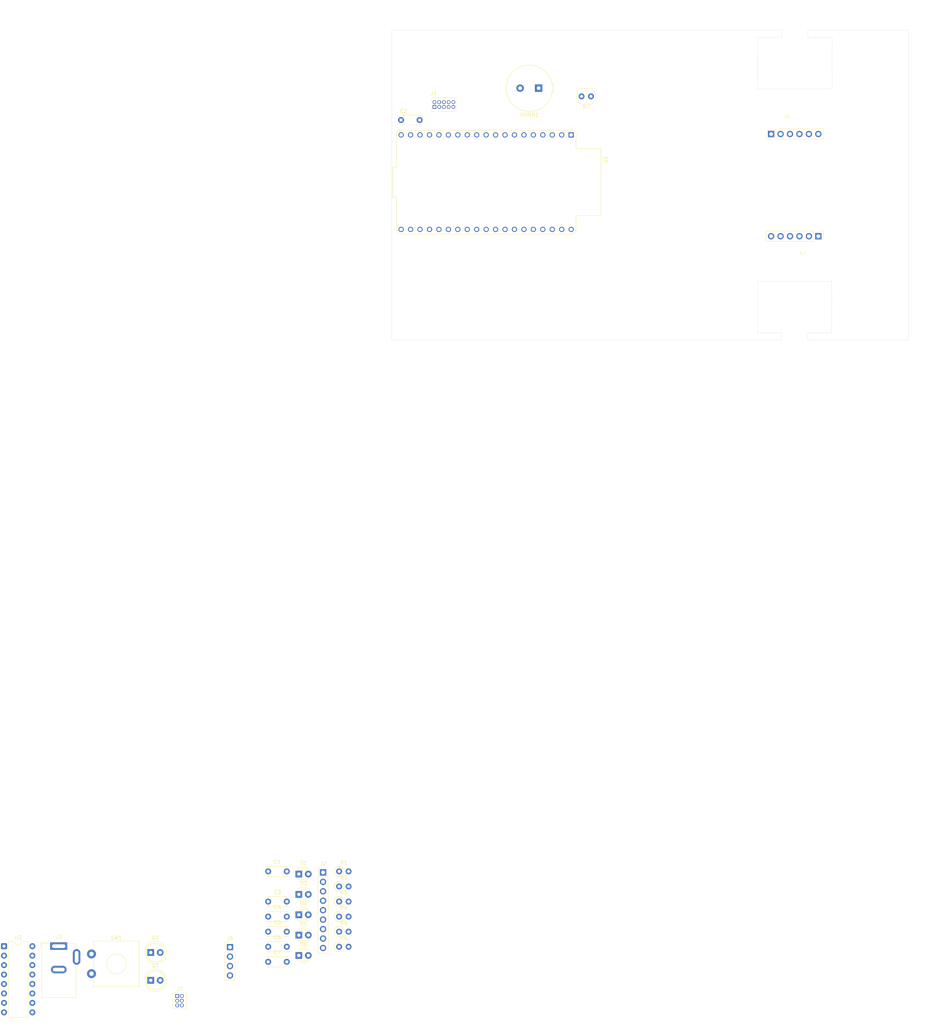
<source format=kicad_pcb>
(kicad_pcb (version 20241229) (generator "pcbnew") (generator_version "9.0")
  (layers (0 "F.Cu" signal) (2 "B.Cu" signal) (13 "F.Paste" user) (15 "B.Paste" user) (5 "F.SilkS" user "F.Silkscreen") (7 "B.SilkS" user "B.Silkscreen") (1 "F.Mask" user) (3 "B.Mask" user) (25 "Edge.Cuts" user))
  (net 0 "")
  (net 1 "GND")
  (net 2 "+3V3")
  (net 3 "+BATT")
  (net 4 "Net-(J4-Pin_1)")
  (net 5 "Net-(J4-Pin_2)")
  (net 6 "Net-(J5-Pin_2)")
  (net 7 "Net-(J5-Pin_1)")
  (net 8 "Net-(D1-A)")
  (net 9 "Net-(D2-A)")
  (net 10 "/REARLAMPS")
  (net 11 "Net-(D3-K)")
  (net 12 "/FRONTLAMPS")
  (net 13 "Net-(D5-K)")
  (net 14 "/HORN")
  (net 16 "/JTAG_MTCK")
  (net 17 "/JTAG_MTDO")
  (net 18 "/JTAG_MTDI")
  (net 19 "/JTAG_MTMS")
  (net 21 "/GPS_RX")
  (net 25 "/GPS_TX")
  (net 27 "Net-(SW1-A)")
  (net 29 "/RENCODER_A")
  (net 30 "/RENCODER_B")
  (net 31 "/LENCODER_B")
  (net 32 "/LENCODER_A")
  (net 33 "/TRIG")
  (net 34 "/ECHO")
  (net 35 "/RXD")
  (net 36 "/RESET")
  (net 37 "/TXD")
  (net 39 "/PHOTOTRANS")
  (net 40 "/DAYNIGHT")
  (net 41 "/LMOTOR_4A")
  (net 43 "/RMOTOR_1A")
  (net 47 "/RMOTOR_2A")
  (net 48 "/LPWM_3A4A")
  (net 51 "/LMOTOR_3A")
  (net 53 "/RPWM_1A2A")
  (footprint "Resistor_THT:R_Axial_DIN0207_L6.3mm_D2.5mm_P2.54mm_Vertical" (layer "F.Cu") (at 56.511569 294.64)
    (property "Reference" "R6" (at 1.27 -2.37 0) (layer "F.SilkS"))
    (property "Value" "10K")
    (fp_line (start 1.37 0) (end 1.44 0) (stroke (width 0.12)) (layer "F.SilkS"))
    (fp_circle (center 0 0) (end 1.37 0) (stroke (width 0.12)) (fill no) (layer "F.SilkS"))
    (pad "1" thru_hole circle (at 0 0) (size 1.6 1.6) (drill 0.8) (layers "*.Cu" "*.Mask") (net 2 "+3V3"))
    (pad "2" thru_hole circle (at 2.54 0) (size 1.6 1.6) (drill 0.8) (layers "*.Cu" "*.Mask") (net 40 "/DAYNIGHT"))
  )
  (footprint "LED_THT:LED_D3.0mm" (layer "F.Cu") (at 45.681569 286.04)
    (property "Reference" "D4" (at 1.27 -2.96 0) (layer "F.SilkS"))
    (property "Value" "LED")
    (fp_line (start -0.29 -1.236) (end -0.29 -1.08) (stroke (width 0.12)) (layer "F.SilkS"))
    (fp_line (start -0.29 1.08) (end -0.29 1.236) (stroke (width 0.12)) (layer "F.SilkS"))
    (fp_arc (start -0.29 -1.235516) (mid 1.36566 -1.987699) (end 2.941437 -1.08) (stroke (width 0.12)) (layer "F.SilkS"))
    (fp_arc (start 0.229039 -1.08) (mid 1.27 -1.5) (end 2.310961 -1.08) (stroke (width 0.12)) (layer "F.SilkS"))
    (fp_arc (start 2.310961 1.08) (mid 1.27 1.5) (end 0.229039 1.08) (stroke (width 0.12)) (layer "F.SilkS"))
    (fp_arc (start 2.941437 1.08) (mid 1.36566 1.987699) (end -0.29 1.235516) (stroke (width 0.12)) (layer "F.SilkS"))
    (pad "1" thru_hole rect (at 0 0) (size 1.8 1.8) (drill 0.9) (layers "*.Cu" "*.Mask") (net 11 "Net-(D3-K)"))
    (pad "2" thru_hole circle (at 2.54 0) (size 1.8 1.8) (drill 0.9) (layers "*.Cu" "*.Mask") (net 10 "/REARLAMPS"))
  )
  (footprint "Capacitor_THT:C_Disc_D5.0mm_W2.5mm_P5.00mm" (layer "F.Cu") (at 37.431569 286.54)
    (property "Reference" "C4" (at 2.5 -2.5 0) (layer "F.SilkS"))
    (property "Value" "0.1Uf")
    (fp_line (start -0.12 -1.37) (end 5.12 -1.37) (stroke (width 0.12)) (layer "F.SilkS"))
    (fp_line (start -0.12 -1.033) (end -0.12 -1.37) (stroke (width 0.12)) (layer "F.SilkS"))
    (fp_line (start -0.12 1.37) (end -0.12 1.033) (stroke (width 0.12)) (layer "F.SilkS"))
    (fp_line (start 5.12 -1.37) (end 5.12 -1.033) (stroke (width 0.12)) (layer "F.SilkS"))
    (fp_line (start 5.12 1.033) (end 5.12 1.37) (stroke (width 0.12)) (layer "F.SilkS"))
    (fp_line (start 5.12 1.37) (end -0.12 1.37) (stroke (width 0.12)) (layer "F.SilkS"))
    (pad "1" thru_hole circle (at 0 0) (size 1.6 1.6) (drill 0.8) (layers "*.Cu" "*.Mask") (net 4 "Net-(J4-Pin_1)"))
    (pad "2" thru_hole circle (at 5 0) (size 1.6 1.6) (drill 0.8) (layers "*.Cu" "*.Mask") (net 5 "Net-(J4-Pin_2)"))
  )
  (footprint "LED_THT:LED_D5.0mm_IRGrey" (layer "F.Cu") (at 5.851569 296.19)
    (property "Reference" "D2" (at 1.27 -3.96 0) (layer "F.SilkS"))
    (property "Value" "LD274")
    (fp_line (start -1.29 -1.545) (end -1.29 1.545) (stroke (width 0.12)) (layer "F.SilkS"))
    (fp_arc (start -1.29 -1.54483) (mid 2.071779 -2.880495) (end 4.26 0) (stroke (width 0.12)) (layer "F.SilkS"))
    (fp_arc (start 4.26 0) (mid 2.071779 2.880495) (end -1.29 1.54483) (stroke (width 0.12)) (layer "F.SilkS"))
    (fp_circle (center 1.27 0) (end 3.77 0) (stroke (width 0.12)) (fill no) (layer "F.SilkS"))
    (pad "1" thru_hole rect (at 0 0) (size 1.8 1.8) (drill 0.9) (layers "*.Cu" "*.Mask") (net 1 "GND"))
    (pad "2" thru_hole circle (at 2.54 0) (size 1.8 1.8) (drill 0.9) (layers "*.Cu" "*.Mask") (net 9 "Net-(D2-A)"))
  )
  (footprint "Resistor_THT:R_Axial_DIN0207_L6.3mm_D2.5mm_P2.54mm_Vertical" (layer "F.Cu") (at 56.511569 274.39)
    (property "Reference" "R1" (at 1.27 -2.37 0) (layer "F.SilkS"))
    (property "Value" "1k")
    (fp_line (start 1.37 0) (end 1.44 0) (stroke (width 0.12)) (layer "F.SilkS"))
    (fp_circle (center 0 0) (end 1.37 0) (stroke (width 0.12)) (fill no) (layer "F.SilkS"))
    (pad "1" thru_hole circle (at 0 0) (size 1.6 1.6) (drill 0.8) (layers "*.Cu" "*.Mask") (net 3 "+BATT"))
    (pad "2" thru_hole circle (at 2.54 0) (size 1.6 1.6) (drill 0.8) (layers "*.Cu" "*.Mask") (net 8 "Net-(D1-A)"))
  )
  (footprint "LED_THT:LED_D3.0mm" (layer "F.Cu") (at 45.681569 291.51)
    (property "Reference" "D5" (at 1.27 -2.96 0) (layer "F.SilkS"))
    (property "Value" "LED")
    (fp_line (start -0.29 -1.236) (end -0.29 -1.08) (stroke (width 0.12)) (layer "F.SilkS"))
    (fp_line (start -0.29 1.08) (end -0.29 1.236) (stroke (width 0.12)) (layer "F.SilkS"))
    (fp_arc (start -0.29 -1.235516) (mid 1.36566 -1.987699) (end 2.941437 -1.08) (stroke (width 0.12)) (layer "F.SilkS"))
    (fp_arc (start 0.229039 -1.08) (mid 1.27 -1.5) (end 2.310961 -1.08) (stroke (width 0.12)) (layer "F.SilkS"))
    (fp_arc (start 2.310961 1.08) (mid 1.27 1.5) (end 0.229039 1.08) (stroke (width 0.12)) (layer "F.SilkS"))
    (fp_arc (start 2.941437 1.08) (mid 1.36566 1.987699) (end -0.29 1.235516) (stroke (width 0.12)) (layer "F.SilkS"))
    (pad "1" thru_hole rect (at 0 0) (size 1.8 1.8) (drill 0.9) (layers "*.Cu" "*.Mask") (net 13 "Net-(D5-K)"))
    (pad "2" thru_hole circle (at 2.54 0) (size 1.8 1.8) (drill 0.9) (layers "*.Cu" "*.Mask") (net 12 "/FRONTLAMPS"))
  )
  (footprint "Resistor_THT:R_Axial_DIN0207_L6.3mm_D2.5mm_P2.54mm_Vertical" (layer "F.Cu") (at 56.511569 282.49)
    (property "Reference" "R3" (at 1.27 -2.37 0) (layer "F.SilkS"))
    (property "Value" "47K")
    (fp_line (start 1.37 0) (end 1.44 0) (stroke (width 0.12)) (layer "F.SilkS"))
    (fp_circle (center 0 0) (end 1.37 0) (stroke (width 0.12)) (fill no) (layer "F.SilkS"))
    (pad "1" thru_hole circle (at 0 0) (size 1.6 1.6) (drill 0.8) (layers "*.Cu" "*.Mask") (net 2 "+3V3"))
    (pad "2" thru_hole circle (at 2.54 0) (size 1.6 1.6) (drill 0.8) (layers "*.Cu" "*.Mask") (net 39 "/PHOTOTRANS"))
  )
  (footprint "Capacitor_THT:C_Disc_D5.0mm_W2.5mm_P5.00mm" (layer "F.Cu") (at 37.431569 290.59)
    (property "Reference" "C5" (at 2.5 -2.5 0) (layer "F.SilkS"))
    (property "Value" "0.1Uf")
    (fp_line (start -0.12 -1.37) (end 5.12 -1.37) (stroke (width 0.12)) (layer "F.SilkS"))
    (fp_line (start -0.12 -1.033) (end -0.12 -1.37) (stroke (width 0.12)) (layer "F.SilkS"))
    (fp_line (start -0.12 1.37) (end -0.12 1.033) (stroke (width 0.12)) (layer "F.SilkS"))
    (fp_line (start 5.12 -1.37) (end 5.12 -1.033) (stroke (width 0.12)) (layer "F.SilkS"))
    (fp_line (start 5.12 1.033) (end 5.12 1.37) (stroke (width 0.12)) (layer "F.SilkS"))
    (fp_line (start 5.12 1.37) (end -0.12 1.37) (stroke (width 0.12)) (layer "F.SilkS"))
    (pad "1" thru_hole circle (at 0 0) (size 1.6 1.6) (drill 0.8) (layers "*.Cu" "*.Mask") (net 7 "Net-(J5-Pin_1)"))
    (pad "2" thru_hole circle (at 5 0) (size 1.6 1.6) (drill 0.8) (layers "*.Cu" "*.Mask") (net 6 "Net-(J5-Pin_2)"))
  )
  (footprint "Button_Switch_THT:SW_CW_GPTS203211B" (layer "F.Cu") (at -10.088431 296.58)
    (property "Reference" "SW1" (at 6.7 -4.35 0) (layer "F.SilkS"))
    (property "Value" "SW_SPST")
    (fp_line (start 0.6 -3.45) (end 12.8 -3.45) (stroke (width 0.12)) (layer "F.SilkS"))
    (fp_line (start 0.6 -1.46) (end 0.6 -3.45) (stroke (width 0.12)) (layer "F.SilkS"))
    (fp_line (start 0.6 1.46) (end 0.6 3.84) (stroke (width 0.12)) (layer "F.SilkS"))
    (fp_line (start 0.6 8.75) (end 0.6 6.76) (stroke (width 0.12)) (layer "F.SilkS"))
    (fp_line (start 12.8 -3.45) (end 12.8 8.75) (stroke (width 0.12)) (layer "F.SilkS"))
    (fp_line (start 12.8 8.75) (end 0.6 8.75) (stroke (width 0.12)) (layer "F.SilkS"))
    (fp_circle (center 6.7 2.65) (end 9.35 2.65) (stroke (width 0.12)) (fill no) (layer "F.SilkS"))
    (pad "1" thru_hole circle (at 0 0) (size 2.4 2.4) (drill 1.2) (layers "*.Cu" "*.Mask") (net 27 "Net-(SW1-A)"))
    (pad "2" thru_hole circle (at 0 5.3) (size 2.4 2.4) (drill 1.2) (layers "*.Cu" "*.Mask") (net 3 "+BATT"))
  )
  (footprint "Connector_PinHeader_2.54mm:PinHeader_1x04_P2.54mm_Vertical" (layer "F.Cu") (at 27.161569 294.75)
    (property "Reference" "J6" (at 0 -2.38 0) (layer "F.SilkS"))
    (property "Value" "Conn_01x04")
    (fp_line (start -1.38 -1.38) (end 0 -1.38) (stroke (width 0.12)) (layer "F.SilkS"))
    (fp_line (start -1.38 0) (end -1.38 -1.38) (stroke (width 0.12)) (layer "F.SilkS"))
    (fp_line (start -1.38 1.27) (end -1.38 9) (stroke (width 0.12)) (layer "F.SilkS"))
    (fp_line (start -1.38 1.27) (end 1.38 1.27) (stroke (width 0.12)) (layer "F.SilkS"))
    (fp_line (start -1.38 9) (end 1.38 9) (stroke (width 0.12)) (layer "F.SilkS"))
    (fp_line (start 1.38 1.27) (end 1.38 9) (stroke (width 0.12)) (layer "F.SilkS"))
    (pad "1" thru_hole rect (at 0 0) (size 1.7 1.7) (drill 1) (layers "*.Cu" "*.Mask") (net 2 "+3V3"))
    (pad "2" thru_hole circle (at 0 2.54) (size 1.7 1.7) (drill 1) (layers "*.Cu" "*.Mask") (net 33 "/TRIG"))
    (pad "3" thru_hole circle (at 0 5.08) (size 1.7 1.7) (drill 1) (layers "*.Cu" "*.Mask") (net 34 "/ECHO"))
    (pad "4" thru_hole circle (at 0 7.62) (size 1.7 1.7) (drill 1) (layers "*.Cu" "*.Mask") (net 1 "GND"))
  )
  (footprint "Buzzer_Beeper:Buzzer_TDK_PS1240P02BT_D12.2mm_H6.5mm" (layer "F.Cu") (at 110.18 63.85 180)
    (property "Reference" "HORN1" (at 2.5 -7.17 0) (layer "F.SilkS"))
    (property "Value" "Buzzer")
    (fp_arc (start -3.9 1.499999) (mid -4.073431 0) (end -3.9 -1.5) (stroke (width 0.12)) (layer "F.SilkS"))
    (fp_circle (center 2.5 0) (end 8.73 0) (stroke (width 0.12)) (fill no) (layer "F.SilkS"))
    (pad "1" thru_hole rect (at 0 0 180) (size 2 2) (drill 1) (layers "*.Cu" "*.Mask") (net 14 "/HORN"))
    (pad "2" thru_hole circle (at 5 0 180) (size 2 2) (drill 1) (layers "*.Cu" "*.Mask") (net 1 "GND"))
  )
  (footprint "0-My-Library:Basic-Robot-Outline_1" (layer "F.Cu") (at 172.697 76.185)
    (property "Reference" "REF**" (hide yes))
    (property "Value" "Basic-Robot-Outline_1")
    (fp_line (start -102.012 55.372) (end -102.012 -27.896) (stroke (width 0.05)) (layer "Edge.Cuts"))
    (fp_line (start -3.67 39.57) (end 16.33 39.57) (stroke (width 0.05)) (layer "Edge.Cuts"))
    (fp_line (start -3.67 44.87) (end -3.67 39.57) (stroke (width 0.05)) (layer "Edge.Cuts"))
    (fp_line (start -3.67 44.87) (end -3.62 44.87) (stroke (width 0.05)) (layer "Edge.Cuts"))
    (fp_line (start -3.67 45.42) (end -3.67 46.97) (stroke (width 0.05)) (layer "Edge.Cuts"))
    (fp_line (start -3.67 45.42) (end -3.62 45.42) (stroke (width 0.05)) (layer "Edge.Cuts"))
    (fp_line (start -3.67 46.97) (end -3.62 46.97) (stroke (width 0.05)) (layer "Edge.Cuts"))
    (fp_line (start -3.67 47.52) (end -3.62 47.52) (stroke (width 0.05)) (layer "Edge.Cuts"))
    (fp_line (start -3.67 48.87) (end -3.67 47.52) (stroke (width 0.05)) (layer "Edge.Cuts"))
    (fp_line (start -3.67 48.87) (end -3.62 48.87) (stroke (width 0.05)) (layer "Edge.Cuts"))
    (fp_line (start -3.67 49.42) (end -3.67 53.47) (stroke (width 0.05)) (layer "Edge.Cuts"))
    (fp_line (start -3.67 49.42) (end -3.62 49.42) (stroke (width 0.05)) (layer "Edge.Cuts"))
    (fp_line (start -3.63 -26) (end 2.87 -26) (stroke (width 0.05)) (layer "Edge.Cuts"))
    (fp_line (start -3.63 -20.7) (end -3.63 -26) (stroke (width 0.05)) (layer "Edge.Cuts"))
    (fp_line (start -3.63 -20.7) (end -3.58 -20.7) (stroke (width 0.05)) (layer "Edge.Cuts"))
    (fp_line (start -3.63 -20.15) (end -3.63 -18.6) (stroke (width 0.05)) (layer "Edge.Cuts"))
    (fp_line (start -3.63 -20.15) (end -3.58 -20.15) (stroke (width 0.05)) (layer "Edge.Cuts"))
    (fp_line (start -3.63 -18.6) (end -3.58 -18.6) (stroke (width 0.05)) (layer "Edge.Cuts"))
    (fp_line (start -3.63 -18.05) (end -3.58 -18.05) (stroke (width 0.05)) (layer "Edge.Cuts"))
    (fp_line (start -3.63 -16.7) (end -3.63 -18.05) (stroke (width 0.05)) (layer "Edge.Cuts"))
    (fp_line (start -3.63 -16.7) (end -3.58 -16.7) (stroke (width 0.05)) (layer "Edge.Cuts"))
    (fp_line (start -3.63 -16.15) (end -3.63 -12.1) (stroke (width 0.05)) (layer "Edge.Cuts"))
    (fp_line (start -3.63 -16.15) (end -3.58 -16.15) (stroke (width 0.05)) (layer "Edge.Cuts"))
    (fp_line (start -3.62 45.42) (end -3.62 44.87) (stroke (width 0.05)) (layer "Edge.Cuts"))
    (fp_line (start -3.62 47.52) (end -3.62 46.97) (stroke (width 0.05)) (layer "Edge.Cuts"))
    (fp_line (start -3.62 49.42) (end -3.62 48.87) (stroke (width 0.05)) (layer "Edge.Cuts"))
    (fp_line (start -3.58 -20.15) (end -3.58 -20.7) (stroke (width 0.05)) (layer "Edge.Cuts"))
    (fp_line (start -3.58 -18.05) (end -3.58 -18.6) (stroke (width 0.05)) (layer "Edge.Cuts"))
    (fp_line (start -3.58 -16.15) (end -3.58 -16.7) (stroke (width 0.05)) (layer "Edge.Cuts"))
    (fp_line (start 2.83 53.47) (end -3.67 53.47) (stroke (width 0.05)) (layer "Edge.Cuts"))
    (fp_line (start 2.83 55.37) (end 2.83 53.47) (stroke (width 0.05)) (layer "Edge.Cuts"))
    (fp_line (start 2.83 55.372) (end -102.012 55.372) (stroke (width 0.05)) (layer "Edge.Cuts"))
    (fp_line (start 2.87 -27.9) (end -102.012 -27.896) (stroke (width 0.05)) (layer "Edge.Cuts"))
    (fp_line (start 2.87 -26) (end 2.87 -27.9) (stroke (width 0.05)) (layer "Edge.Cuts"))
    (fp_line (start 9.83 53.47) (end 9.83 55.37) (stroke (width 0.05)) (layer "Edge.Cuts"))
    (fp_line (start 9.83 55.372) (end 36.938 55.372) (stroke (width 0.05)) (layer "Edge.Cuts"))
    (fp_line (start 9.87 -27.9) (end 9.87 -26) (stroke (width 0.05)) (layer "Edge.Cuts"))
    (fp_line (start 9.87 -26) (end 16.37 -26) (stroke (width 0.05)) (layer "Edge.Cuts"))
    (fp_line (start 16.28 43.62) (end 16.28 44.17) (stroke (width 0.05)) (layer "Edge.Cuts"))
    (fp_line (start 16.28 45.52) (end 16.28 46.07) (stroke (width 0.05)) (layer "Edge.Cuts"))
    (fp_line (start 16.28 47.62) (end 16.28 48.17) (stroke (width 0.05)) (layer "Edge.Cuts"))
    (fp_line (start 16.32 -21.95) (end 16.32 -21.4) (stroke (width 0.05)) (layer "Edge.Cuts"))
    (fp_line (start 16.32 -20.05) (end 16.32 -19.5) (stroke (width 0.05)) (layer "Edge.Cuts"))
    (fp_line (start 16.32 -17.95) (end 16.32 -17.4) (stroke (width 0.05)) (layer "Edge.Cuts"))
    (fp_line (start 16.33 43.62) (end 16.28 43.62) (stroke (width 0.05)) (layer "Edge.Cuts"))
    (fp_line (start 16.33 43.62) (end 16.33 39.57) (stroke (width 0.05)) (layer "Edge.Cuts"))
    (fp_line (start 16.33 44.17) (end 16.28 44.17) (stroke (width 0.05)) (layer "Edge.Cuts"))
    (fp_line (start 16.33 44.17) (end 16.33 45.52) (stroke (width 0.05)) (layer "Edge.Cuts"))
    (fp_line (start 16.33 45.52) (end 16.28 45.52) (stroke (width 0.05)) (layer "Edge.Cuts"))
    (fp_line (start 16.33 46.07) (end 16.28 46.07) (stroke (width 0.05)) (layer "Edge.Cuts"))
    (fp_line (start 16.33 47.62) (end 16.28 47.62) (stroke (width 0.05)) (layer "Edge.Cuts"))
    (fp_line (start 16.33 47.62) (end 16.33 46.07) (stroke (width 0.05)) (layer "Edge.Cuts"))
    (fp_line (start 16.33 48.17) (end 16.28 48.17) (stroke (width 0.05)) (layer "Edge.Cuts"))
    (fp_line (start 16.33 48.17) (end 16.33 53.47) (stroke (width 0.05)) (layer "Edge.Cuts"))
    (fp_line (start 16.33 53.47) (end 9.83 53.47) (stroke (width 0.05)) (layer "Edge.Cuts"))
    (fp_line (start 16.37 -21.95) (end 16.32 -21.95) (stroke (width 0.05)) (layer "Edge.Cuts"))
    (fp_line (start 16.37 -21.95) (end 16.37 -26) (stroke (width 0.05)) (layer "Edge.Cuts"))
    (fp_line (start 16.37 -21.4) (end 16.32 -21.4) (stroke (width 0.05)) (layer "Edge.Cuts"))
    (fp_line (start 16.37 -21.4) (end 16.37 -20.05) (stroke (width 0.05)) (layer "Edge.Cuts"))
    (fp_line (start 16.37 -20.05) (end 16.32 -20.05) (stroke (width 0.05)) (layer "Edge.Cuts"))
    (fp_line (start 16.37 -19.5) (end 16.32 -19.5) (stroke (width 0.05)) (layer "Edge.Cuts"))
    (fp_line (start 16.37 -17.95) (end 16.32 -17.95) (stroke (width 0.05)) (layer "Edge.Cuts"))
    (fp_line (start 16.37 -17.95) (end 16.37 -19.5) (stroke (width 0.05)) (layer "Edge.Cuts"))
    (fp_line (start 16.37 -17.4) (end 16.32 -17.4) (stroke (width 0.05)) (layer "Edge.Cuts"))
    (fp_line (start 16.37 -17.4) (end 16.37 -12.1) (stroke (width 0.05)) (layer "Edge.Cuts"))
    (fp_line (start 16.37 -12.1) (end -3.63 -12.1) (stroke (width 0.05)) (layer "Edge.Cuts"))
    (fp_line (start 36.938 -27.9) (end 9.87 -27.9) (stroke (width 0.05)) (layer "Edge.Cuts"))
    (fp_line (start 36.938 -27.9) (end 36.938 55.364) (stroke (width 0.05)) (layer "Edge.Cuts"))
  )
  (footprint "Connector_PinHeader_1.27mm:PinHeader_2x03_P1.27mm_Vertical" (layer "F.Cu") (at 12.961569 307.87)
    (property "Reference" "J7" (at 0.635 -1.745 0) (layer "F.SilkS"))
    (property "Value" "Conn_02x03_Odd_Even")
    (fp_line (start -1.18 -0.81) (end 0 -0.81) (stroke (width 0.12)) (layer "F.SilkS"))
    (fp_line (start -1.18 0) (end -1.18 -0.81) (stroke (width 0.12)) (layer "F.SilkS"))
    (fp_line (start -1.18 0.81) (end -1.18 3.285) (stroke (width 0.12)) (layer "F.SilkS"))
    (fp_line (start -1.18 0.81) (end -0.666708 0.81) (stroke (width 0.12)) (layer "F.SilkS"))
    (fp_line (start -1.18 3.285) (end -0.317923 3.285) (stroke (width 0.12)) (layer "F.SilkS"))
    (fp_line (start 0.317923 3.285) (end 0.952077 3.285) (stroke (width 0.12)) (layer "F.SilkS"))
    (fp_line (start 1.587923 -0.745) (end 2.45 -0.745) (stroke (width 0.12)) (layer "F.SilkS"))
    (fp_line (start 1.587923 3.285) (end 2.45 3.285) (stroke (width 0.12)) (layer "F.SilkS"))
    (fp_line (start 2.45 -0.745) (end 2.45 3.285) (stroke (width 0.12)) (layer "F.SilkS"))
    (pad "1" thru_hole rect (at 0 0) (size 1 1) (drill 0.65) (layers "*.Cu" "*.Mask") (net 36 "/RESET"))
    (pad "2" thru_hole circle (at 1.27 0) (size 1 1) (drill 0.65) (layers "*.Cu" "*.Mask") (net 2 "+3V3"))
    (pad "3" thru_hole circle (at 0 1.27) (size 1 1) (drill 0.65) (layers "*.Cu" "*.Mask") (net 37 "/TXD"))
    (pad "4" thru_hole circle (at 1.27 1.27) (size 1 1) (drill 0.65) (layers "*.Cu" "*.Mask") (net 1 "GND"))
    (pad "5" thru_hole circle (at 0 2.54) (size 1 1) (drill 0.65) (layers "*.Cu" "*.Mask") (net 35 "/RXD"))
    (pad "6" thru_hole circle (at 1.27 2.54) (size 1 1) (drill 0.65) (layers "*.Cu" "*.Mask"))
  )
  (footprint "LED_THT:LED_D3.0mm" (layer "F.Cu") (at 45.681569 275.1)
    (property "Reference" "D1" (at 1.27 -2.96 0) (layer "F.SilkS"))
    (property "Value" "LED")
    (fp_line (start -0.29 -1.236) (end -0.29 -1.08) (stroke (width 0.12)) (layer "F.SilkS"))
    (fp_line (start -0.29 1.08) (end -0.29 1.236) (stroke (width 0.12)) (layer "F.SilkS"))
    (fp_arc (start -0.29 -1.235516) (mid 1.36566 -1.987699) (end 2.941437 -1.08) (stroke (width 0.12)) (layer "F.SilkS"))
    (fp_arc (start 0.229039 -1.08) (mid 1.27 -1.5) (end 2.310961 -1.08) (stroke (width 0.12)) (layer "F.SilkS"))
    (fp_arc (start 2.310961 1.08) (mid 1.27 1.5) (end 0.229039 1.08) (stroke (width 0.12)) (layer "F.SilkS"))
    (fp_arc (start 2.941437 1.08) (mid 1.36566 1.987699) (end -0.29 1.235516) (stroke (width 0.12)) (layer "F.SilkS"))
    (pad "1" thru_hole rect (at 0 0) (size 1.8 1.8) (drill 0.9) (layers "*.Cu" "*.Mask") (net 1 "GND"))
    (pad "2" thru_hole circle (at 2.54 0) (size 1.8 1.8) (drill 0.9) (layers "*.Cu" "*.Mask") (net 8 "Net-(D1-A)"))
  )
  (footprint "OptoDevice:R_LDR_4.9x4.2mm_P2.54mm_Vertical" (layer "F.Cu") (at 124.24 66.06 180)
    (property "Reference" "R7" (at 1.27 -2.9 0) (layer "F.SilkS"))
    (property "Value" "R_Photo")
    (fp_line (start -0.05 2.15) (end 2.6 2.15) (stroke (width 0.12)) (layer "F.SilkS"))
    (fp_line (start -0.05 -2.15) (end 2.6 -2.15) (stroke (width 0.12)) (layer "F.SilkS"))
    (fp_arc (start 2.6 -2.15) (mid 3.788646 -0.016616) (end 2.628027 2.132145) (stroke (width 0.12)) (layer "F.SilkS"))
    (fp_arc (start -0.05 2.15) (mid -1.262424 0.01494) (end -0.075476 -2.134388) (stroke (width 0.12)) (layer "F.SilkS"))
    (pad "1" thru_hole circle (at 0 0 180) (size 1.6 1.6) (drill 0.8) (layers "*.Cu" "*.Mask") (net 40 "/DAYNIGHT"))
    (pad "2" thru_hole circle (at 2.54 0 180) (size 1.6 1.6) (drill 0.8) (layers "*.Cu" "*.Mask") (net 1 "GND"))
  )
  (footprint "Resistor_THT:R_Axial_DIN0207_L6.3mm_D2.5mm_P2.54mm_Vertical" (layer "F.Cu") (at 56.511569 278.44)
    (property "Reference" "R2" (at 1.27 -2.37 0) (layer "F.SilkS"))
    (property "Value" "1K")
    (fp_line (start 1.37 0) (end 1.44 0) (stroke (width 0.12)) (layer "F.SilkS"))
    (fp_circle (center 0 0) (end 1.37 0) (stroke (width 0.12)) (fill no) (layer "F.SilkS"))
    (pad "1" thru_hole circle (at 0 0) (size 1.6 1.6) (drill 0.8) (layers "*.Cu" "*.Mask") (net 2 "+3V3"))
    (pad "2" thru_hole circle (at 2.54 0) (size 1.6 1.6) (drill 0.8) (layers "*.Cu" "*.Mask") (net 9 "Net-(D2-A)"))
  )
  (footprint "Resistor_THT:R_Axial_DIN0207_L6.3mm_D2.5mm_P2.54mm_Vertical" (layer "F.Cu") (at 56.511569 290.59)
    (property "Reference" "R5" (at 1.27 -2.37 0) (layer "F.SilkS"))
    (property "Value" "330")
    (fp_line (start 1.37 0) (end 1.44 0) (stroke (width 0.12)) (layer "F.SilkS"))
    (fp_circle (center 0 0) (end 1.37 0) (stroke (width 0.12)) (fill no) (layer "F.SilkS"))
    (pad "1" thru_hole circle (at 0 0) (size 1.6 1.6) (drill 0.8) (layers "*.Cu" "*.Mask") (net 13 "Net-(D5-K)"))
    (pad "2" thru_hole circle (at 2.54 0) (size 1.6 1.6) (drill 0.8) (layers "*.Cu" "*.Mask") (net 1 "GND"))
  )
  (footprint "Capacitor_THT:C_Disc_D5.0mm_W2.5mm_P5.00mm" (layer "F.Cu") (at 37.431569 282.49)
    (property "Reference" "C3" (at 2.5 -2.5 0) (layer "F.SilkS"))
    (property "Value" "47uF")
    (fp_line (start -0.12 -1.37) (end 5.12 -1.37) (stroke (width 0.12)) (layer "F.SilkS"))
    (fp_line (start -0.12 -1.033) (end -0.12 -1.37) (stroke (width 0.12)) (layer "F.SilkS"))
    (fp_line (start -0.12 1.37) (end -0.12 1.033) (stroke (width 0.12)) (layer "F.SilkS"))
    (fp_line (start 5.12 -1.37) (end 5.12 -1.033) (stroke (width 0.12)) (layer "F.SilkS"))
    (fp_line (start 5.12 1.033) (end 5.12 1.37) (stroke (width 0.12)) (layer "F.SilkS"))
    (fp_line (start 5.12 1.37) (end -0.12 1.37) (stroke (width 0.12)) (layer "F.SilkS"))
    (pad "1" thru_hole circle (at 0 0) (size 1.6 1.6) (drill 0.8) (layers "*.Cu" "*.Mask") (net 3 "+BATT"))
    (pad "2" thru_hole circle (at 5 0) (size 1.6 1.6) (drill 0.8) (layers "*.Cu" "*.Mask") (net 1 "GND"))
  )
  (footprint "Capacitor_THT:C_Disc_D5.0mm_W2.5mm_P5.00mm" (layer "F.Cu") (at 73.16 72.42)
    (property "Reference" "C2" (at 0.67 -2.36 0) (layer "F.SilkS"))
    (property "Value" "47uF")
    (fp_line (start -0.12 -1.37) (end 5.12 -1.37) (stroke (width 0.12)) (layer "F.SilkS"))
    (fp_line (start -0.12 -1.033) (end -0.12 -1.37) (stroke (width 0.12)) (layer "F.SilkS"))
    (fp_line (start -0.12 1.37) (end -0.12 1.033) (stroke (width 0.12)) (layer "F.SilkS"))
    (fp_line (start 5.12 -1.37) (end 5.12 -1.033) (stroke (width 0.12)) (layer "F.SilkS"))
    (fp_line (start 5.12 1.033) (end 5.12 1.37) (stroke (width 0.12)) (layer "F.SilkS"))
    (fp_line (start 5.12 1.37) (end -0.12 1.37) (stroke (width 0.12)) (layer "F.SilkS"))
    (pad "1" thru_hole circle (at 0 0) (size 1.6 1.6) (drill 0.8) (layers "*.Cu" "*.Mask") (net 3 "+BATT"))
    (pad "2" thru_hole circle (at 5 0) (size 1.6 1.6) (drill 0.8) (layers "*.Cu" "*.Mask") (net 1 "GND"))
  )
  (footprint "Capacitor_THT:C_Disc_D5.0mm_W2.5mm_P5.00mm" (layer "F.Cu") (at 37.431569 274.39)
    (property "Reference" "C1" (at 2.5 -2.5 0) (layer "F.SilkS"))
    (property "Value" "0.1uF")
    (fp_line (start -0.12 -1.37) (end 5.12 -1.37) (stroke (width 0.12)) (layer "F.SilkS"))
    (fp_line (start -0.12 -1.033) (end -0.12 -1.37) (stroke (width 0.12)) (layer "F.SilkS"))
    (fp_line (start -0.12 1.37) (end -0.12 1.033) (stroke (width 0.12)) (layer "F.SilkS"))
    (fp_line (start 5.12 -1.37) (end 5.12 -1.033) (stroke (width 0.12)) (layer "F.SilkS"))
    (fp_line (start 5.12 1.033) (end 5.12 1.37) (stroke (width 0.12)) (layer "F.SilkS"))
    (fp_line (start 5.12 1.37) (end -0.12 1.37) (stroke (width 0.12)) (layer "F.SilkS"))
    (pad "1" thru_hole circle (at 0 0) (size 1.6 1.6) (drill 0.8) (layers "*.Cu" "*.Mask") (net 2 "+3V3"))
    (pad "2" thru_hole circle (at 5 0) (size 1.6 1.6) (drill 0.8) (layers "*.Cu" "*.Mask") (net 1 "GND"))
  )
  (footprint "0-My-Library:MODULE_ESP32-DEVKITC-32E" (layer "F.Cu") (at 96.075 89.12 -90)
    (property "Reference" "U1" (at -6.0325 -32.0675 90) (layer "F.SilkS"))
    (property "Value" "ESP32-DEVKITC-32E")
    (fp_line (start -4.05 25.13) (end 4.05 25.13) (stroke (width 0.127)) (layer "F.SilkS"))
    (fp_line (start 4.05 25.13) (end 4.05 24.13) (stroke (width 0.127)) (layer "F.SilkS"))
    (fp_line (start -12.97 24.13) (end -4.05 24.13) (stroke (width 0.127)) (layer "F.SilkS"))
    (fp_line (start -4.05 24.13) (end -4.05 25.13) (stroke (width 0.127)) (layer "F.SilkS"))
    (fp_line (start 4.05 24.13) (end 12.97 24.13) (stroke (width 0.127)) (layer "F.SilkS"))
    (fp_line (start -13.97 23.13) (end -13.97 -23.13) (stroke (width 0.127)) (layer "F.SilkS"))
    (fp_line (start 13.97 23.13) (end 13.97 -23.13) (stroke (width 0.127)) (layer "F.SilkS"))
    (fp_line (start -12.97 -24.13) (end -9 -24.13) (stroke (width 0.127)) (layer "F.SilkS"))
    (fp_line (start -9 -24.13) (end -9 -30.87) (stroke (width 0.127)) (layer "F.SilkS"))
    (fp_line (start 9 -24.13) (end 12.97 -24.13) (stroke (width 0.127)) (layer "F.SilkS"))
    (fp_line (start -9 -30.87) (end 9 -30.87) (stroke (width 0.127)) (layer "F.SilkS"))
    (fp_line (start 9 -30.87) (end 9 -24.13) (stroke (width 0.127)) (layer "F.SilkS"))
    (fp_arc (start -12.97 24.13) (mid -13.677107 23.837107) (end -13.97 23.13) (stroke (width 0.127)) (layer "F.SilkS"))
    (fp_arc (start 13.97 23.13) (mid 13.677107 23.837107) (end 12.97 24.13) (stroke (width 0.127)) (layer "F.SilkS"))
    (fp_arc (start -13.97 -23.13) (mid -13.677107 -23.837107) (end -12.97 -24.13) (stroke (width 0.127)) (layer "F.SilkS"))
    (fp_arc (start 12.97 -24.13) (mid 13.677107 -23.837107) (end 13.97 -23.13) (stroke (width 0.127)) (layer "F.SilkS"))
    (fp_circle (center -14.5 -22.835) (end -14.4 -22.835) (stroke (width 0.2)) (fill no) (layer "F.SilkS"))
    (pad "J2_1" thru_hole rect (at -12.7 -22.835 270) (size 1.408 1.408) (drill 0.9) (layers "*.Cu" "*.Mask") (net 2 "+3V3"))
    (pad "J2_2" thru_hole circle (at -12.7 -20.295 270) (size 1.408 1.408) (drill 0.9) (layers "*.Cu" "*.Mask") (net 36 "/RESET"))
    (pad "J2_3" thru_hole circle (at -12.7 -17.755 270) (size 1.408 1.408) (drill 0.9) (layers "*.Cu" "*.Mask") (net 29 "/RENCODER_A"))
    (pad "J2_4" thru_hole circle (at -12.7 -15.215 270) (size 1.408 1.408) (drill 0.9) (layers "*.Cu" "*.Mask") (net 30 "/RENCODER_B"))
    (pad "J2_5" thru_hole circle (at -12.7 -12.675 270) (size 1.408 1.408) (drill 0.9) (layers "*.Cu" "*.Mask") (net 32 "/LENCODER_A"))
    (pad "J2_6" thru_hole circle (at -12.7 -10.135 270) (size 1.408 1.408) (drill 0.9) (layers "*.Cu" "*.Mask") (net 31 "/LENCODER_B"))
    (pad "J2_7" thru_hole circle (at -12.7 -7.595 270) (size 1.408 1.408) (drill 0.9) (layers "*.Cu" "*.Mask") (net 39 "/PHOTOTRANS"))
    (pad "J2_8" thru_hole circle (at -12.7 -5.055 270) (size 1.408 1.408) (drill 0.9) (layers "*.Cu" "*.Mask") (net 40 "/DAYNIGHT"))
    (pad "J2_9" thru_hole circle (at -12.7 -2.515 270) (size 1.408 1.408) (drill 0.9) (layers "*.Cu" "*.Mask") (net 48 "/LPWM_3A4A"))
    (pad "J2_10" thru_hole circle (at -12.7 0.025 270) (size 1.408 1.408) (drill 0.9) (layers "*.Cu" "*.Mask") (net 53 "/RPWM_1A2A"))
    (pad "J2_11" thru_hole circle (at -12.7 2.565 270) (size 1.408 1.408) (drill 0.9) (layers "*.Cu" "*.Mask") (net 34 "/ECHO"))
    (pad "J2_12" thru_hole circle (at -12.7 5.105 270) (size 1.408 1.408) (drill 0.9) (layers "*.Cu" "*.Mask") (net 19 "/JTAG_MTMS"))
    (pad "J2_13" thru_hole circle (at -12.7 7.645 270) (size 1.408 1.408) (drill 0.9) (layers "*.Cu" "*.Mask") (net 18 "/JTAG_MTDI"))
    (pad "J2_14" thru_hole circle (at -12.7 10.185 270) (size 1.408 1.408) (drill 0.9) (layers "*.Cu" "*.Mask") (net 1 "GND"))
    (pad "J2_15" thru_hole circle (at -12.7 12.725 270) (size 1.408 1.408) (drill 0.9) (layers "*.Cu" "*.Mask") (net 16 "/JTAG_MTCK"))
    (pad "J2_16" thru_hole circle (at -12.7 15.265 270) (size 1.408 1.408) (drill 0.9) (layers "*.Cu" "*.Mask"))
    (pad "J2_17" thru_hole circle (at -12.7 17.805 270) (size 1.408 1.408) (drill 0.9) (layers "*.Cu" "*.Mask"))
    (pad "J2_18" thru_hole circle (at -12.7 20.345 270) (size 1.408 1.408) (drill 0.9) (layers "*.Cu" "*.Mask"))
    (pad "J2_19" thru_hole circle (at -12.7 22.885 270) (size 1.408 1.408) (drill 0.9) (layers "*.Cu" "*.Mask") (net 3 "+BATT"))
    (pad "J3_1" thru_hole circle (at 12.7 -22.835 270) (size 1.408 1.408) (drill 0.9) (layers "*.Cu" "*.Mask") (net 1 "GND"))
    (pad "J3_2" thru_hole circle (at 12.7 -20.295 270) (size 1.408 1.408) (drill 0.9) (layers "*.Cu" "*.Mask") (net 21 "/GPS_RX"))
    (pad "J3_3" thru_hole circle (at 12.7 -17.755 270) (size 1.408 1.408) (drill 0.9) (layers "*.Cu" "*.Mask") (net 25 "/GPS_TX"))
    (pad "J3_4" thru_hole circle (at 12.7 -15.215 270) (size 1.408 1.408) (drill 0.9) (layers "*.Cu" "*.Mask") (net 35 "/RXD"))
    (pad "J3_5" thru_hole circle (at 12.7 -12.675 270) (size 1.408 1.408) (drill 0.9) (layers "*.Cu" "*.Mask") (net 37 "/TXD"))
    (pad "J3_6" thru_hole circle (at 12.7 -10.135 270) (size 1.408 1.408) (drill 0.9) (layers "*.Cu" "*.Mask") (net 14 "/HORN"))
    (pad "J3_7" thru_hole circle (at 12.7 -7.595 270) (size 1.408 1.408) (drill 0.9) (layers "*.Cu" "*.Mask") (net 1 "GND"))
    (pad "J3_8" thru_hole circle (at 12.7 -5.055 270) (size 1.408 1.408) (drill 0.9) (layers "*.Cu" "*.Mask") (net 47 "/RMOTOR_2A"))
    (pad "J3_9" thru_hole circle (at 12.7 -2.515 270) (size 1.408 1.408) (drill 0.9) (layers "*.Cu" "*.Mask") (net 43 "/RMOTOR_1A"))
    (pad "J3_10" thru_hole circle (at 12.7 0.025 270) (size 1.408 1.408) (drill 0.9) (layers "*.Cu" "*.Mask"))
    (pad "J3_11" thru_hole circle (at 12.7 2.565 270) (size 1.408 1.408) (drill 0.9) (layers "*.Cu" "*.Mask") (net 41 "/LMOTOR_4A"))
    (pad "J3_12" thru_hole circle (at 12.7 5.105 270) (size 1.408 1.408) (drill 0.9) (layers "*.Cu" "*.Mask") (net 51 "/LMOTOR_3A"))
    (pad "J3_13" thru_hole circle (at 12.7 7.645 270) (size 1.408 1.408) (drill 0.9) (layers "*.Cu" "*.Mask") (net 33 "/TRIG"))
    (pad "J3_14" thru_hole circle (at 12.7 10.185 270) (size 1.408 1.408) (drill 0.9) (layers "*.Cu" "*.Mask") (net 10 "/REARLAMPS"))
    (pad "J3_15" thru_hole circle (at 12.7 12.725 270) (size 1.408 1.408) (drill 0.9) (layers "*.Cu" "*.Mask") (net 12 "/FRONTLAMPS"))
    (pad "J3_16" thru_hole circle (at 12.7 15.265 270) (size 1.408 1.408) (drill 0.9) (layers "*.Cu" "*.Mask") (net 17 "/JTAG_MTDO"))
    (pad "J3_17" thru_hole circle (at 12.7 17.805 270) (size 1.408 1.408) (drill 0.9) (layers "*.Cu" "*.Mask"))
    (pad "J3_18" thru_hole circle (at 12.7 20.345 270) (size 1.408 1.408) (drill 0.9) (layers "*.Cu" "*.Mask"))
    (pad "J3_19" thru_hole circle (at 12.7 22.885 270) (size 1.408 1.408) (drill 0.9) (layers "*.Cu" "*.Mask"))
  )
  (footprint "LED_THT:LED_D3.0mm" (layer "F.Cu") (at 45.681569 296.98)
    (property "Reference" "D6" (at 1.27 -2.96 0) (layer "F.SilkS"))
    (property "Value" "LED")
    (fp_line (start -0.29 -1.236) (end -0.29 -1.08) (stroke (width 0.12)) (layer "F.SilkS"))
    (fp_line (start -0.29 1.08) (end -0.29 1.236) (stroke (width 0.12)) (layer "F.SilkS"))
    (fp_arc (start -0.29 -1.235516) (mid 1.36566 -1.987699) (end 2.941437 -1.08) (stroke (width 0.12)) (layer "F.SilkS"))
    (fp_arc (start 0.229039 -1.08) (mid 1.27 -1.5) (end 2.310961 -1.08) (stroke (width 0.12)) (layer "F.SilkS"))
    (fp_arc (start 2.310961 1.08) (mid 1.27 1.5) (end 0.229039 1.08) (stroke (width 0.12)) (layer "F.SilkS"))
    (fp_arc (start 2.941437 1.08) (mid 1.36566 1.987699) (end -0.29 1.235516) (stroke (width 0.12)) (layer "F.SilkS"))
    (pad "1" thru_hole rect (at 0 0) (size 1.8 1.8) (drill 0.9) (layers "*.Cu" "*.Mask") (net 13 "Net-(D5-K)"))
    (pad "2" thru_hole circle (at 2.54 0) (size 1.8 1.8) (drill 0.9) (layers "*.Cu" "*.Mask") (net 12 "/FRONTLAMPS"))
  )
  (footprint "LED_THT:LED_D3.0mm" (layer "F.Cu") (at 45.681569 280.57)
    (property "Reference" "D3" (at 1.27 -2.96 0) (layer "F.SilkS"))
    (property "Value" "LED")
    (fp_line (start -0.29 -1.236) (end -0.29 -1.08) (stroke (width 0.12)) (layer "F.SilkS"))
    (fp_line (start -0.29 1.08) (end -0.29 1.236) (stroke (width 0.12)) (layer "F.SilkS"))
    (fp_arc (start -0.29 -1.235516) (mid 1.36566 -1.987699) (end 2.941437 -1.08) (stroke (width 0.12)) (layer "F.SilkS"))
    (fp_arc (start 0.229039 -1.08) (mid 1.27 -1.5) (end 2.310961 -1.08) (stroke (width 0.12)) (layer "F.SilkS"))
    (fp_arc (start 2.310961 1.08) (mid 1.27 1.5) (end 0.229039 1.08) (stroke (width 0.12)) (layer "F.SilkS"))
    (fp_arc (start 2.941437 1.08) (mid 1.36566 1.987699) (end -0.29 1.235516) (stroke (width 0.12)) (layer "F.SilkS"))
    (pad "1" thru_hole rect (at 0 0) (size 1.8 1.8) (drill 0.9) (layers "*.Cu" "*.Mask") (net 11 "Net-(D3-K)"))
    (pad "2" thru_hole circle (at 2.54 0) (size 1.8 1.8) (drill 0.9) (layers "*.Cu" "*.Mask") (net 10 "/REARLAMPS"))
  )
  (footprint "0-My-Library:Pololu-3675-GearMotorWEncoder" (layer "F.Cu") (at 172.69 76.185)
    (property "Reference" "J5" (at 4.17 -4.6 0) (layer "F.SilkS") (effects (font (thickness 0.1))))
    (property "Value" "Conn_01x06")
    (fp_line (start -1.38 1.38) (end -1.38 0) (stroke (width 0.12)) (layer "F.SilkS"))
    (fp_line (start 0 1.38) (end -1.38 1.38) (stroke (width 0.12)) (layer "F.SilkS"))
    (fp_line (start 1.27 -1.38) (end 14.08 -1.38) (stroke (width 0.12)) (layer "F.SilkS"))
    (fp_line (start 1.27 1.38) (end 1.27 -1.38) (stroke (width 0.12)) (layer "F.SilkS"))
    (fp_line (start 1.27 1.38) (end 14.08 1.38) (stroke (width 0.12)) (layer "F.SilkS"))
    (fp_line (start 14.08 1.38) (end 14.08 -1.38) (stroke (width 0.12)) (layer "F.SilkS"))
    (pad "" np_thru_hole circle (at -3.63 -5.934) (size 2.54 2.54) (drill 2.6) (layers "*.Cu" "*.Mask"))
    (pad "" np_thru_hole circle (at 16.436 -5.934) (size 2.54 2.54) (drill 2.6) (layers "*.Cu" "*.Mask"))
    (pad "1" thru_hole rect (at 0 0 90) (size 1.7 1.7) (drill 1) (layers "*.Cu" "*.Mask") (net 7 "Net-(J5-Pin_1)"))
    (pad "2" thru_hole circle (at 2.54 0 90) (size 1.7 1.7) (drill 1) (layers "*.Cu" "*.Mask") (net 6 "Net-(J5-Pin_2)"))
    (pad "3" thru_hole circle (at 5.08 0 90) (size 1.7 1.7) (drill 1) (layers "*.Cu" "*.Mask") (net 3 "+BATT"))
    (pad "4" thru_hole circle (at 7.62 0 90) (size 1.7 1.7) (drill 1) (layers "*.Cu" "*.Mask") (net 32 "/LENCODER_A"))
    (pad "5" thru_hole circle (at 10.16 0 90) (size 1.7 1.7) (drill 1) (layers "*.Cu" "*.Mask") (net 31 "/LENCODER_B"))
    (pad "6" thru_hole circle (at 12.7 0 90) (size 1.7 1.7) (drill 1) (layers "*.Cu" "*.Mask") (net 1 "GND"))
  )
  (footprint "Resistor_THT:R_Axial_DIN0207_L6.3mm_D2.5mm_P2.54mm_Vertical" (layer "F.Cu") (at 56.511569 286.54)
    (property "Reference" "R4" (at 1.27 -2.37 0) (layer "F.SilkS"))
    (property "Value" "330")
    (fp_line (start 1.37 0) (end 1.44 0) (stroke (width 0.12)) (layer "F.SilkS"))
    (fp_circle (center 0 0) (end 1.37 0) (stroke (width 0.12)) (fill no) (layer "F.SilkS"))
    (pad "1" thru_hole circle (at 0 0) (size 1.6 1.6) (drill 0.8) (layers "*.Cu" "*.Mask") (net 11 "Net-(D3-K)"))
    (pad "2" thru_hole circle (at 2.54 0) (size 1.6 1.6) (drill 0.8) (layers "*.Cu" "*.Mask") (net 1 "GND"))
  )
  (footprint "Connector_PinHeader_1.27mm:PinHeader_2x05_P1.27mm_Vertical" (layer "F.Cu") (at 82.15 68.89 90)
    (property "Reference" "J1" (at 3.63 -0.18 180) (layer "F.SilkS"))
    (property "Value" "JTAG")
    (fp_line (start -1.18 -0.81) (end 0 -0.81) (stroke (width 0.12)) (layer "F.SilkS"))
    (fp_line (start 2.45 -0.745) (end 2.45 5.825) (stroke (width 0.12)) (layer "F.SilkS"))
    (fp_line (start 1.587923 -0.745) (end 2.45 -0.745) (stroke (width 0.12)) (layer "F.SilkS"))
    (fp_line (start -1.18 0) (end -1.18 -0.81) (stroke (width 0.12)) (layer "F.SilkS"))
    (fp_line (start -1.18 0.81) (end -0.666708 0.81) (stroke (width 0.12)) (layer "F.SilkS"))
    (fp_line (start -1.18 0.81) (end -1.18 5.825) (stroke (width 0.12)) (layer "F.SilkS"))
    (fp_line (start 1.587923 5.825) (end 2.45 5.825) (stroke (width 0.12)) (layer "F.SilkS"))
    (fp_line (start 0.317923 5.825) (end 0.952077 5.825) (stroke (width 0.12)) (layer "F.SilkS"))
    (fp_line (start -1.18 5.825) (end -0.317923 5.825) (stroke (width 0.12)) (layer "F.SilkS"))
    (pad "1" thru_hole rect (at 0 0 90) (size 1 1) (drill 0.65) (layers "*.Cu" "*.Mask") (net 2 "+3V3"))
    (pad "2" thru_hole circle (at 1.27 0 90) (size 1 1) (drill 0.65) (layers "*.Cu" "*.Mask") (net 19 "/JTAG_MTMS"))
    (pad "3" thru_hole circle (at 0 1.27 90) (size 1 1) (drill 0.65) (layers "*.Cu" "*.Mask") (net 1 "GND"))
    (pad "4" thru_hole circle (at 1.27 1.27 90) (size 1 1) (drill 0.65) (layers "*.Cu" "*.Mask") (net 16 "/JTAG_MTCK"))
    (pad "5" thru_hole circle (at 0 2.54 90) (size 1 1) (drill 0.65) (layers "*.Cu" "*.Mask") (net 1 "GND"))
    (pad "6" thru_hole circle (at 1.27 2.54 90) (size 1 1) (drill 0.65) (layers "*.Cu" "*.Mask") (net 17 "/JTAG_MTDO"))
    (pad "7" thru_hole circle (at 0 3.81 90) (size 1 1) (drill 0.65) (layers "*.Cu" "*.Mask") (net 1 "GND"))
    (pad "8" thru_hole circle (at 1.27 3.81 90) (size 1 1) (drill 0.65) (layers "*.Cu" "*.Mask") (net 18 "/JTAG_MTDI"))
    (pad "9" thru_hole circle (at 0 5.08 90) (size 1 1) (drill 0.65) (layers "*.Cu" "*.Mask") (net 1 "GND"))
    (pad "10" thru_hole circle (at 1.27 5.08 90) (size 1 1) (drill 0.65) (layers "*.Cu" "*.Mask"))
  )
  (footprint "Capacitor_THT:C_Disc_D5.0mm_W2.5mm_P5.00mm" (layer "F.Cu") (at 37.431569 298.69)
    (property "Reference" "C7" (at 2.5 -2.5 0) (layer "F.SilkS"))
    (property "Value" "0.1uF")
    (fp_line (start -0.12 -1.37) (end 5.12 -1.37) (stroke (width 0.12)) (layer "F.SilkS"))
    (fp_line (start -0.12 -1.033) (end -0.12 -1.37) (stroke (width 0.12)) (layer "F.SilkS"))
    (fp_line (start -0.12 1.37) (end -0.12 1.033) (stroke (width 0.12)) (layer "F.SilkS"))
    (fp_line (start 5.12 -1.37) (end 5.12 -1.033) (stroke (width 0.12)) (layer "F.SilkS"))
    (fp_line (start 5.12 1.033) (end 5.12 1.37) (stroke (width 0.12)) (layer "F.SilkS"))
    (fp_line (start 5.12 1.37) (end -0.12 1.37) (stroke (width 0.12)) (layer "F.SilkS"))
    (pad "1" thru_hole circle (at 0 0) (size 1.6 1.6) (drill 0.8) (layers "*.Cu" "*.Mask") (net 2 "+3V3"))
    (pad "2" thru_hole circle (at 5 0) (size 1.6 1.6) (drill 0.8) (layers "*.Cu" "*.Mask") (net 1 "GND"))
  )
  (footprint "Connector_PinHeader_2.54mm:PinHeader_1x09_P2.54mm_Vertical" (layer "F.Cu") (at 52.191569 274.66)
    (property "Reference" "J2" (at 0 -2.38 0) (layer "F.SilkS"))
    (property "Value" "GPS MODULE")
    (fp_line (start -1.38 -1.38) (end 0 -1.38) (stroke (width 0.12)) (layer "F.SilkS"))
    (fp_line (start -1.38 0) (end -1.38 -1.38) (stroke (width 0.12)) (layer "F.SilkS"))
    (fp_line (start -1.38 1.27) (end -1.38 21.7) (stroke (width 0.12)) (layer "F.SilkS"))
    (fp_line (start -1.38 1.27) (end 1.38 1.27) (stroke (width 0.12)) (layer "F.SilkS"))
    (fp_line (start -1.38 21.7) (end 1.38 21.7) (stroke (width 0.12)) (layer "F.SilkS"))
    (fp_line (start 1.38 1.27) (end 1.38 21.7) (stroke (width 0.12)) (layer "F.SilkS"))
    (pad "1" thru_hole rect (at 0 0) (size 1.7 1.7) (drill 1) (layers "*.Cu" "*.Mask") (net 2 "+3V3"))
    (pad "2" thru_hole circle (at 0 2.54) (size 1.7 1.7) (drill 1) (layers "*.Cu" "*.Mask"))
    (pad "3" thru_hole circle (at 0 5.08) (size 1.7 1.7) (drill 1) (layers "*.Cu" "*.Mask"))
    (pad "4" thru_hole circle (at 0 7.62) (size 1.7 1.7) (drill 1) (layers "*.Cu" "*.Mask"))
    (pad "5" thru_hole circle (at 0 10.16) (size 1.7 1.7) (drill 1) (layers "*.Cu" "*.Mask") (net 25 "/GPS_TX"))
    (pad "6" thru_hole circle (at 0 12.7) (size 1.7 1.7) (drill 1) (layers "*.Cu" "*.Mask") (net 21 "/GPS_RX"))
    (pad "7" thru_hole circle (at 0 15.24) (size 1.7 1.7) (drill 1) (layers "*.Cu" "*.Mask") (net 1 "GND"))
    (pad "8" thru_hole circle (at 0 17.78) (size 1.7 1.7) (drill 1) (layers "*.Cu" "*.Mask"))
    (pad "9" thru_hole circle (at 0 20.32) (size 1.7 1.7) (drill 1) (layers "*.Cu" "*.Mask"))
  )
  (footprint "Capacitor_THT:C_Disc_D5.0mm_W2.5mm_P5.00mm" (layer "F.Cu") (at 37.431569 294.64)
    (property "Reference" "C6" (at 2.5 -2.5 0) (layer "F.SilkS"))
    (property "Value" "0.1Uf")
    (fp_line (start -0.12 -1.37) (end 5.12 -1.37) (stroke (width 0.12)) (layer "F.SilkS"))
    (fp_line (start -0.12 -1.033) (end -0.12 -1.37) (stroke (width 0.12)) (layer "F.SilkS"))
    (fp_line (start -0.12 1.37) (end -0.12 1.033) (stroke (width 0.12)) (layer "F.SilkS"))
    (fp_line (start 5.12 -1.37) (end 5.12 -1.033) (stroke (width 0.12)) (layer "F.SilkS"))
    (fp_line (start 5.12 1.033) (end 5.12 1.37) (stroke (width 0.12)) (layer "F.SilkS"))
    (fp_line (start 5.12 1.37) (end -0.12 1.37) (stroke (width 0.12)) (layer "F.SilkS"))
    (pad "1" thru_hole circle (at 0 0) (size 1.6 1.6) (drill 0.8) (layers "*.Cu" "*.Mask") (net 1 "GND"))
    (pad "2" thru_hole circle (at 5 0) (size 1.6 1.6) (drill 0.8) (layers "*.Cu" "*.Mask") (net 2 "+3V3"))
  )
  (footprint "LED_THT:LED_D5.0mm_Clear" (layer "F.Cu") (at 5.851569 303.66)
    (property "Reference" "Q1" (at 1.27 -3.96 0) (layer "F.SilkS"))
    (property "Value" "SFH300")
    (fp_line (start -1.29 -1.545) (end -1.29 1.545) (stroke (width 0.12)) (layer "F.SilkS"))
    (fp_arc (start -1.29 -1.54483) (mid 2.071779 -2.880495) (end 4.26 0) (stroke (width 0.12)) (layer "F.SilkS"))
    (fp_arc (start 4.26 0) (mid 2.071779 2.880495) (end -1.29 1.54483) (stroke (width 0.12)) (layer "F.SilkS"))
    (fp_circle (center 1.27 0) (end 3.77 0) (stroke (width 0.12)) (fill no) (layer "F.SilkS"))
    (pad "1" thru_hole rect (at 0 0) (size 1.8 1.8) (drill 0.9) (layers "*.Cu" "*.Mask") (net 39 "/PHOTOTRANS"))
    (pad "2" thru_hole circle (at 2.54 0) (size 1.8 1.8) (drill 0.9) (layers "*.Cu" "*.Mask") (net 1 "GND"))
  )
  (footprint "Package_DIP:DIP-16_W7.62mm" (layer "F.Cu") (at -33.608431 294.5)
    (property "Reference" "U3" (at 3.81 -2.33 0) (layer "F.SilkS"))
    (property "Value" "L293D")
    (fp_line (start 1.16 -1.33) (end 1.16 19.11) (stroke (width 0.12)) (layer "F.SilkS"))
    (fp_line (start 1.16 19.11) (end 6.46 19.11) (stroke (width 0.12)) (layer "F.SilkS"))
    (fp_line (start 2.81 -1.33) (end 1.16 -1.33) (stroke (width 0.12)) (layer "F.SilkS"))
    (fp_line (start 6.46 -1.33) (end 4.81 -1.33) (stroke (width 0.12)) (layer "F.SilkS"))
    (fp_line (start 6.46 19.11) (end 6.46 -1.33) (stroke (width 0.12)) (layer "F.SilkS"))
    (fp_arc (start 4.81 -1.33) (mid 3.81 -0.33) (end 2.81 -1.33) (stroke (width 0.12)) (layer "F.SilkS"))
    (pad "1" thru_hole roundrect (at 0 0) (size 1.6 1.6) (drill 0.8) (layers "*.Cu" "*.Mask") (roundrect_rratio 0.15625) (net 53 "/RPWM_1A2A"))
    (pad "2" thru_hole circle (at 0 2.54) (size 1.6 1.6) (drill 0.8) (layers "*.Cu" "*.Mask") (net 43 "/RMOTOR_1A"))
    (pad "3" thru_hole circle (at 0 5.08) (size 1.6 1.6) (drill 0.8) (layers "*.Cu" "*.Mask") (net 4 "Net-(J4-Pin_1)"))
    (pad "4" thru_hole circle (at 0 7.62) (size 1.6 1.6) (drill 0.8) (layers "*.Cu" "*.Mask") (net 1 "GND"))
    (pad "5" thru_hole circle (at 0 10.16) (size 1.6 1.6) (drill 0.8) (layers "*.Cu" "*.Mask") (net 1 "GND"))
    (pad "6" thru_hole circle (at 0 12.7) (size 1.6 1.6) (drill 0.8) (layers "*.Cu" "*.Mask") (net 5 "Net-(J4-Pin_2)"))
    (pad "7" thru_hole circle (at 0 15.24) (size 1.6 1.6) (drill 0.8) (layers "*.Cu" "*.Mask") (net 47 "/RMOTOR_2A"))
    (pad "8" thru_hole circle (at 0 17.78) (size 1.6 1.6) (drill 0.8) (layers "*.Cu" "*.Mask") (net 3 "+BATT"))
    (pad "9" thru_hole circle (at 7.62 17.78) (size 1.6 1.6) (drill 0.8) (layers "*.Cu" "*.Mask") (net 48 "/LPWM_3A4A"))
    (pad "10" thru_hole circle (at 7.62 15.24) (size 1.6 1.6) (drill 0.8) (layers "*.Cu" "*.Mask") (net 51 "/LMOTOR_3A"))
    (pad "11" thru_hole circle (at 7.62 12.7) (size 1.6 1.6) (drill 0.8) (layers "*.Cu" "*.Mask") (net 7 "Net-(J5-Pin_1)"))
    (pad "12" thru_hole circle (at 7.62 10.16) (size 1.6 1.6) (drill 0.8) (layers "*.Cu" "*.Mask") (net 1 "GND"))
    (pad "13" thru_hole circle (at 7.62 7.62) (size 1.6 1.6) (drill 0.8) (layers "*.Cu" "*.Mask") (net 1 "GND"))
    (pad "14" thru_hole circle (at 7.62 5.08) (size 1.6 1.6) (drill 0.8) (layers "*.Cu" "*.Mask") (net 6 "Net-(J5-Pin_2)"))
    (pad "15" thru_hole circle (at 7.62 2.54) (size 1.6 1.6) (drill 0.8) (layers "*.Cu" "*.Mask") (net 41 "/LMOTOR_4A"))
    (pad "16" thru_hole circle (at 7.62 0) (size 1.6 1.6) (drill 0.8) (layers "*.Cu" "*.Mask") (net 3 "+BATT"))
  )
  (footprint "0-My-Library:Pololu-3675-GearMotorWEncoder" (layer "F.Cu") (at 185.39 103.655 180)
    (property "Reference" "J4" (at 4.17 -4.6 180) (layer "F.SilkS") (effects (font (thickness 0.1))))
    (property "Value" "Conn_01x06")
    (fp_line (start 14.08 1.38) (end 14.08 -1.38) (stroke (width 0.12)) (layer "F.SilkS"))
    (fp_line (start 1.27 1.38) (end 14.08 1.38) (stroke (width 0.12)) (layer "F.SilkS"))
    (fp_line (start 1.27 1.38) (end 1.27 -1.38) (stroke (width 0.12)) (layer "F.SilkS"))
    (fp_line (start 1.27 -1.38) (end 14.08 -1.38) (stroke (width 0.12)) (layer "F.SilkS"))
    (fp_line (start 0 1.38) (end -1.38 1.38) (stroke (width 0.12)) (layer "F.SilkS"))
    (fp_line (start -1.38 1.38) (end -1.38 0) (stroke (width 0.12)) (layer "F.SilkS"))
    (pad "" np_thru_hole circle (at -3.63 -5.934 180) (size 2.54 2.54) (drill 2.6) (layers "*.Cu" "*.Mask"))
    (pad "" np_thru_hole circle (at 16.436 -5.934 180) (size 2.54 2.54) (drill 2.6) (layers "*.Cu" "*.Mask"))
    (pad "1" thru_hole rect (at 0 0 270) (size 1.7 1.7) (drill 1) (layers "*.Cu" "*.Mask") (net 4 "Net-(J4-Pin_1)"))
    (pad "2" thru_hole circle (at 2.54 0 270) (size 1.7 1.7) (drill 1) (layers "*.Cu" "*.Mask") (net 5 "Net-(J4-Pin_2)"))
    (pad "3" thru_hole circle (at 5.08 0 270) (size 1.7 1.7) (drill 1) (layers "*.Cu" "*.Mask") (net 3 "+BATT"))
    (pad "4" thru_hole circle (at 7.62 0 270) (size 1.7 1.7) (drill 1) (layers "*.Cu" "*.Mask") (net 29 "/RENCODER_A"))
    (pad "5" thru_hole circle (at 10.16 0 270) (size 1.7 1.7) (drill 1) (layers "*.Cu" "*.Mask") (net 30 "/RENCODER_B"))
    (pad "6" thru_hole circle (at 12.7 0 270) (size 1.7 1.7) (drill 1) (layers "*.Cu" "*.Mask") (net 1 "GND"))
  )
  (footprint "Connector_BarrelJack:BarrelJack_GCT_DCJ200-10-A_Horizontal" (layer "F.Cu") (at -18.888431 294.48)
    (property "Reference" "J3" (at 0 -2.5 0) (layer "F.SilkS"))
    (property "Value" "Barrel_Jack_Switch")
    (fp_line (start -4.9 -1) (end -4.9 0.3) (stroke (width 0.12)) (layer "F.SilkS"))
    (fp_line (start -4.6 -0.7) (end -2.6 -0.7) (stroke (width 0.12)) (layer "F.SilkS"))
    (fp_line (start -4.6 13.8) (end -4.6 -0.7) (stroke (width 0.12)) (layer "F.SilkS"))
    (fp_line (start -3.2 -1) (end -4.9 -1) (stroke (width 0.12)) (layer "F.SilkS"))
    (fp_line (start 2.6 -0.7) (end 4.6 -0.7) (stroke (width 0.12)) (layer "F.SilkS"))
    (fp_line (start 4.6 -0.7) (end 4.6 0.6) (stroke (width 0.12)) (layer "F.SilkS"))
    (fp_line (start 4.6 5.2) (end 4.6 13.8) (stroke (width 0.12)) (layer "F.SilkS"))
    (fp_line (start 4.6 13.8) (end -4.6 13.8) (stroke (width 0.12)) (layer "F.SilkS"))
    (pad "1" thru_hole rect (at 0 0) (size 4.6 2) (drill oval 3.6 1) (layers "*.Cu" "*.Mask") (net 27 "Net-(SW1-A)"))
    (pad "2" thru_hole oval (at 0 6.3) (size 4.2 2) (drill oval 3.2 1) (layers "*.Cu" "*.Mask") (net 1 "GND"))
    (pad "3" thru_hole oval (at 4.8 2.9) (size 2 4.2) (drill oval 1 3.2) (layers "*.Cu" "*.Mask"))
  )
)
</source>
